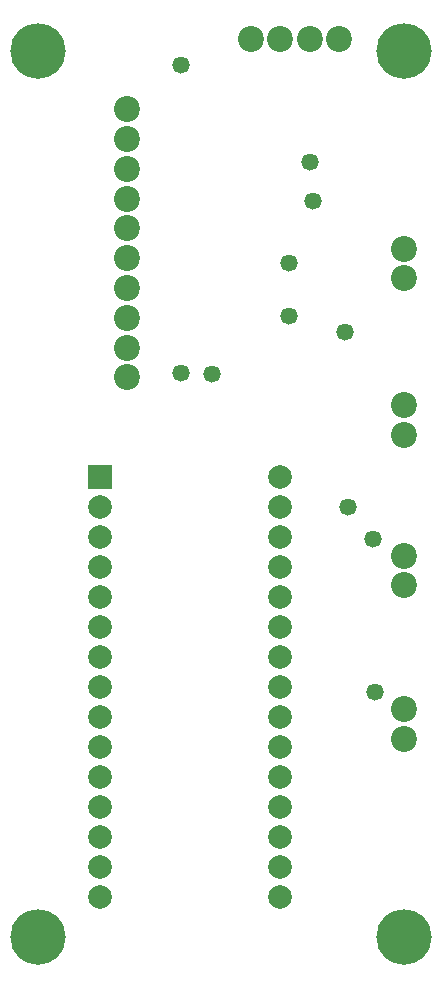
<source format=gbs>
G04*
G04 #@! TF.GenerationSoftware,Altium Limited,Altium Designer,18.0.9 (584)*
G04*
G04 Layer_Color=16711935*
%FSLAX42Y42*%
%MOMM*%
G71*
G01*
G75*
%ADD15C,2.20*%
%ADD16C,2.00*%
%ADD17R,2.00X2.00*%
%ADD18C,1.47*%
%ADD19C,4.70*%
D15*
X2550Y7850D02*
D03*
X2050D02*
D03*
X2300D02*
D03*
X2800D02*
D03*
X3350Y4500D02*
D03*
Y4750D02*
D03*
Y3225D02*
D03*
Y3475D02*
D03*
Y1925D02*
D03*
Y2175D02*
D03*
Y5825D02*
D03*
Y6075D02*
D03*
X1000Y7005D02*
D03*
Y7258D02*
D03*
Y5995D02*
D03*
Y6248D02*
D03*
Y6753D02*
D03*
Y6500D02*
D03*
Y5490D02*
D03*
Y5743D02*
D03*
Y5238D02*
D03*
Y4985D02*
D03*
D16*
X776Y588D02*
D03*
Y1096D02*
D03*
Y842D02*
D03*
Y1604D02*
D03*
Y1350D02*
D03*
Y2112D02*
D03*
Y1858D02*
D03*
Y2620D02*
D03*
Y2366D02*
D03*
Y3128D02*
D03*
Y2874D02*
D03*
Y3382D02*
D03*
Y3636D02*
D03*
Y3890D02*
D03*
X2300Y588D02*
D03*
Y842D02*
D03*
Y1096D02*
D03*
Y1350D02*
D03*
Y1604D02*
D03*
Y1858D02*
D03*
Y2112D02*
D03*
Y2366D02*
D03*
Y2620D02*
D03*
Y2874D02*
D03*
Y3128D02*
D03*
Y3382D02*
D03*
Y3636D02*
D03*
Y3890D02*
D03*
Y4144D02*
D03*
D17*
X776D02*
D03*
D18*
X2550Y6810D02*
D03*
X2575Y6480D02*
D03*
X1460Y7630D02*
D03*
Y5020D02*
D03*
X1720Y5010D02*
D03*
X2373Y5505D02*
D03*
Y5955D02*
D03*
X2850Y5370D02*
D03*
X2870Y3890D02*
D03*
X3080Y3620D02*
D03*
X3100Y2325D02*
D03*
D19*
X3350Y250D02*
D03*
X250Y7750D02*
D03*
X3350D02*
D03*
X250Y250D02*
D03*
M02*

</source>
